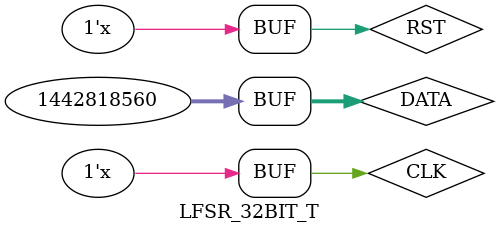
<source format=v>
`timescale 1ns / 1ps

module LFSR_32BIT_T();
reg CLK;
reg RST;
reg LOAD;
reg [31:0] DATA;
wire [31:0] OUT;
LFSR_32BIT LUF(.CLK(CLK),.RST(RST), .LOAD(LOAD),. DATA(DATA), .OUT(OUT));
initial begin CLK = 1'b1; LOAD = 1'b1; DATA = 32'b01010101111111111010101000000000;end
always @ (negedge CLK)begin
LOAD = 1'b0; RST = 1'b0; end
always #5 CLK = ~CLK; 
always #5 RST = ~RST;
endmodule

</source>
